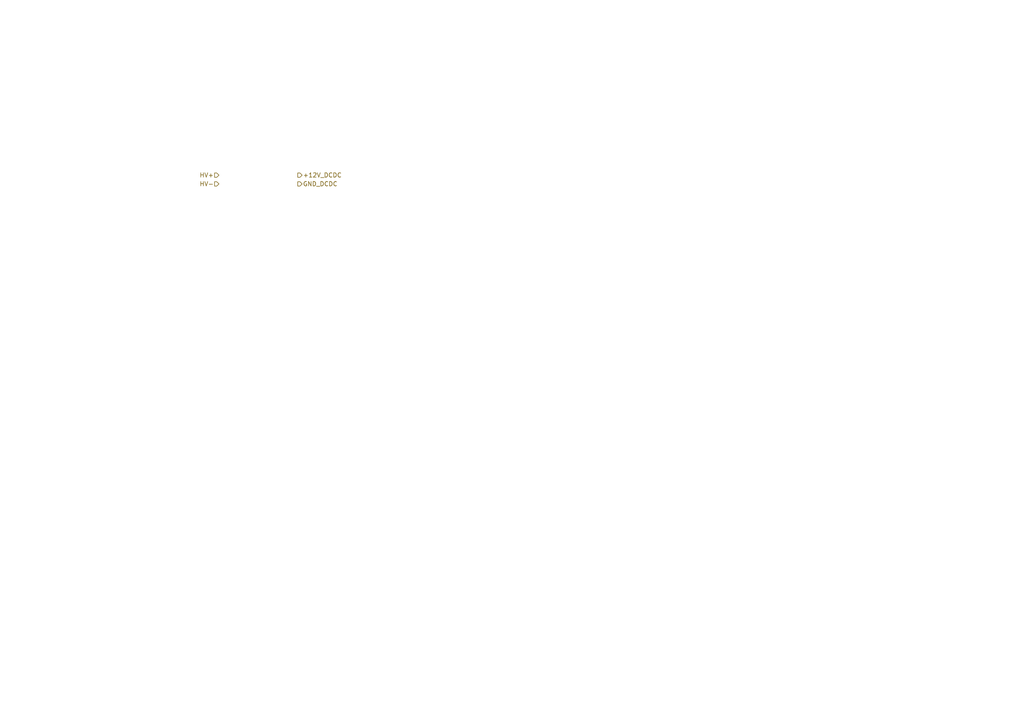
<source format=kicad_sch>
(kicad_sch
	(version 20250114)
	(generator "eeschema")
	(generator_version "9.0")
	(uuid "7d1d6894-9284-4e7c-94a6-f57399e2c179")
	(paper "A4")
	(lib_symbols)
	(hierarchical_label "HV-"
		(shape input)
		(at 63.5 53.34 180)
		(effects
			(font
				(size 1.27 1.27)
			)
			(justify right)
		)
		(uuid "181cbd94-4a87-4b47-b838-65e33e6ec051")
	)
	(hierarchical_label "GND_DCDC"
		(shape output)
		(at 86.36 53.34 0)
		(effects
			(font
				(size 1.27 1.27)
			)
			(justify left)
		)
		(uuid "2ccf99de-837c-4af4-9738-c046a032a4be")
	)
	(hierarchical_label "+12V_DCDC"
		(shape output)
		(at 86.36 50.8 0)
		(effects
			(font
				(size 1.27 1.27)
			)
			(justify left)
		)
		(uuid "44dbd846-cdc9-496e-aeb7-632844821703")
	)
	(hierarchical_label "HV+"
		(shape input)
		(at 63.5 50.8 180)
		(effects
			(font
				(size 1.27 1.27)
			)
			(justify right)
		)
		(uuid "a2e7754e-ac15-4703-96cd-3e88655463af")
	)
)

</source>
